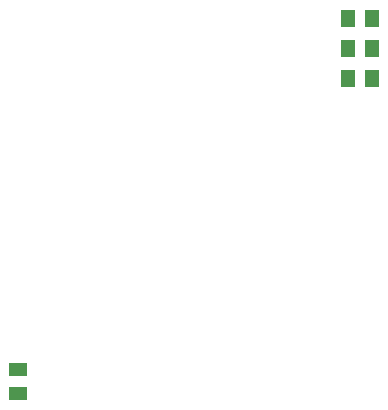
<source format=gbp>
G04 Layer: BottomPasteMaskLayer*
G04 EasyEDA v6.4.0, 2020-08-15T23:10:14+05:30*
G04 5cc65f200d574341adaaee413559fcb0,ac1a8ddbb09a48189df0a8a7e8d705f5,10*
G04 Gerber Generator version 0.2*
G04 Scale: 100 percent, Rotated: No, Reflected: No *
G04 Dimensions in inches *
G04 leading zeros omitted , absolute positions ,2 integer and 4 decimal *
%FSLAX24Y24*%
%MOIN*%
G90*
G70D02*


%LPD*%
G36*
G01X16328Y14389D02*
G01X15871Y14389D01*
G01X15871Y13810D01*
G01X16328Y13810D01*
G01X16328Y14389D01*
G37*
G36*
G01X15528Y14389D02*
G01X15071Y14389D01*
G01X15071Y13810D01*
G01X15528Y13810D01*
G01X15528Y14389D01*
G37*
G36*
G01X15071Y12810D02*
G01X15528Y12810D01*
G01X15528Y13389D01*
G01X15071Y13389D01*
G01X15071Y12810D01*
G37*
G36*
G01X15871Y12810D02*
G01X16328Y12810D01*
G01X16328Y13389D01*
G01X15871Y13389D01*
G01X15871Y12810D01*
G37*
G36*
G01X15071Y11810D02*
G01X15528Y11810D01*
G01X15528Y12389D01*
G01X15071Y12389D01*
G01X15071Y11810D01*
G37*
G36*
G01X15871Y11810D02*
G01X16328Y11810D01*
G01X16328Y12389D01*
G01X15871Y12389D01*
G01X15871Y11810D01*
G37*
G36*
G01X4010Y2628D02*
G01X4010Y2171D01*
G01X4589Y2171D01*
G01X4589Y2628D01*
G01X4010Y2628D01*
G37*
G36*
G01X4010Y1828D02*
G01X4010Y1371D01*
G01X4589Y1371D01*
G01X4589Y1828D01*
G01X4010Y1828D01*
G37*
M00*
M02*

</source>
